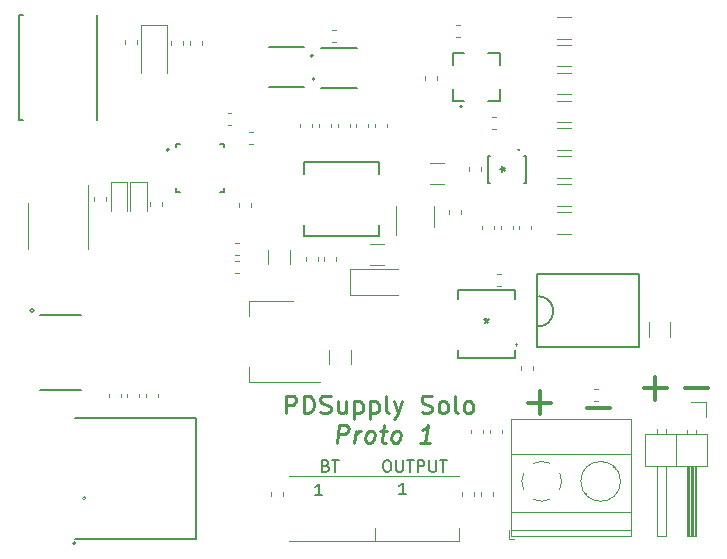
<source format=gbr>
G04 #@! TF.GenerationSoftware,KiCad,Pcbnew,(5.1.5-0-10_14)*
G04 #@! TF.CreationDate,2020-05-29T17:41:24-04:00*
G04 #@! TF.ProjectId,PD_PowerSupply,50445f50-6f77-4657-9253-7570706c792e,rev?*
G04 #@! TF.SameCoordinates,Original*
G04 #@! TF.FileFunction,Legend,Top*
G04 #@! TF.FilePolarity,Positive*
%FSLAX46Y46*%
G04 Gerber Fmt 4.6, Leading zero omitted, Abs format (unit mm)*
G04 Created by KiCad (PCBNEW (5.1.5-0-10_14)) date 2020-05-29 17:41:24*
%MOMM*%
%LPD*%
G04 APERTURE LIST*
%ADD10C,0.350000*%
%ADD11C,0.250000*%
%ADD12C,0.150000*%
%ADD13C,0.065000*%
%ADD14C,0.120000*%
%ADD15C,0.200000*%
%ADD16C,0.127000*%
%ADD17C,0.152400*%
G04 APERTURE END LIST*
D10*
X161736419Y-108012971D02*
X163641180Y-108012971D01*
X170036419Y-106312971D02*
X171941180Y-106312971D01*
D11*
X140508219Y-110912971D02*
X140695719Y-109412971D01*
X141267148Y-109412971D01*
X141401076Y-109484400D01*
X141463576Y-109555828D01*
X141517148Y-109698685D01*
X141490362Y-109912971D01*
X141401076Y-110055828D01*
X141320719Y-110127257D01*
X141168933Y-110198685D01*
X140597505Y-110198685D01*
X142008219Y-110912971D02*
X142133219Y-109912971D01*
X142097505Y-110198685D02*
X142186791Y-110055828D01*
X142267148Y-109984400D01*
X142418933Y-109912971D01*
X142561791Y-109912971D01*
X143151076Y-110912971D02*
X143017148Y-110841542D01*
X142954648Y-110770114D01*
X142901076Y-110627257D01*
X142954648Y-110198685D01*
X143043933Y-110055828D01*
X143124291Y-109984400D01*
X143276076Y-109912971D01*
X143490362Y-109912971D01*
X143624291Y-109984400D01*
X143686791Y-110055828D01*
X143740362Y-110198685D01*
X143686791Y-110627257D01*
X143597505Y-110770114D01*
X143517148Y-110841542D01*
X143365362Y-110912971D01*
X143151076Y-110912971D01*
X144204648Y-109912971D02*
X144776076Y-109912971D01*
X144481433Y-109412971D02*
X144320719Y-110698685D01*
X144374291Y-110841542D01*
X144508219Y-110912971D01*
X144651076Y-110912971D01*
X145365362Y-110912971D02*
X145231433Y-110841542D01*
X145168933Y-110770114D01*
X145115362Y-110627257D01*
X145168933Y-110198685D01*
X145258219Y-110055828D01*
X145338576Y-109984400D01*
X145490362Y-109912971D01*
X145704648Y-109912971D01*
X145838576Y-109984400D01*
X145901076Y-110055828D01*
X145954648Y-110198685D01*
X145901076Y-110627257D01*
X145811791Y-110770114D01*
X145731433Y-110841542D01*
X145579648Y-110912971D01*
X145365362Y-110912971D01*
X148436791Y-110912971D02*
X147579648Y-110912971D01*
X148008219Y-110912971D02*
X148195719Y-109412971D01*
X148026076Y-109627257D01*
X147865362Y-109770114D01*
X147713576Y-109841542D01*
X136195942Y-108412971D02*
X136195942Y-106912971D01*
X136767371Y-106912971D01*
X136910228Y-106984400D01*
X136981657Y-107055828D01*
X137053085Y-107198685D01*
X137053085Y-107412971D01*
X136981657Y-107555828D01*
X136910228Y-107627257D01*
X136767371Y-107698685D01*
X136195942Y-107698685D01*
X137695942Y-108412971D02*
X137695942Y-106912971D01*
X138053085Y-106912971D01*
X138267371Y-106984400D01*
X138410228Y-107127257D01*
X138481657Y-107270114D01*
X138553085Y-107555828D01*
X138553085Y-107770114D01*
X138481657Y-108055828D01*
X138410228Y-108198685D01*
X138267371Y-108341542D01*
X138053085Y-108412971D01*
X137695942Y-108412971D01*
X139124514Y-108341542D02*
X139338800Y-108412971D01*
X139695942Y-108412971D01*
X139838800Y-108341542D01*
X139910228Y-108270114D01*
X139981657Y-108127257D01*
X139981657Y-107984400D01*
X139910228Y-107841542D01*
X139838800Y-107770114D01*
X139695942Y-107698685D01*
X139410228Y-107627257D01*
X139267371Y-107555828D01*
X139195942Y-107484400D01*
X139124514Y-107341542D01*
X139124514Y-107198685D01*
X139195942Y-107055828D01*
X139267371Y-106984400D01*
X139410228Y-106912971D01*
X139767371Y-106912971D01*
X139981657Y-106984400D01*
X141267371Y-107412971D02*
X141267371Y-108412971D01*
X140624514Y-107412971D02*
X140624514Y-108198685D01*
X140695942Y-108341542D01*
X140838800Y-108412971D01*
X141053085Y-108412971D01*
X141195942Y-108341542D01*
X141267371Y-108270114D01*
X141981657Y-107412971D02*
X141981657Y-108912971D01*
X141981657Y-107484400D02*
X142124514Y-107412971D01*
X142410228Y-107412971D01*
X142553085Y-107484400D01*
X142624514Y-107555828D01*
X142695942Y-107698685D01*
X142695942Y-108127257D01*
X142624514Y-108270114D01*
X142553085Y-108341542D01*
X142410228Y-108412971D01*
X142124514Y-108412971D01*
X141981657Y-108341542D01*
X143338800Y-107412971D02*
X143338800Y-108912971D01*
X143338800Y-107484400D02*
X143481657Y-107412971D01*
X143767371Y-107412971D01*
X143910228Y-107484400D01*
X143981657Y-107555828D01*
X144053085Y-107698685D01*
X144053085Y-108127257D01*
X143981657Y-108270114D01*
X143910228Y-108341542D01*
X143767371Y-108412971D01*
X143481657Y-108412971D01*
X143338800Y-108341542D01*
X144910228Y-108412971D02*
X144767371Y-108341542D01*
X144695942Y-108198685D01*
X144695942Y-106912971D01*
X145338800Y-107412971D02*
X145695942Y-108412971D01*
X146053085Y-107412971D02*
X145695942Y-108412971D01*
X145553085Y-108770114D01*
X145481657Y-108841542D01*
X145338800Y-108912971D01*
X147695942Y-108341542D02*
X147910228Y-108412971D01*
X148267371Y-108412971D01*
X148410228Y-108341542D01*
X148481657Y-108270114D01*
X148553085Y-108127257D01*
X148553085Y-107984400D01*
X148481657Y-107841542D01*
X148410228Y-107770114D01*
X148267371Y-107698685D01*
X147981657Y-107627257D01*
X147838800Y-107555828D01*
X147767371Y-107484400D01*
X147695942Y-107341542D01*
X147695942Y-107198685D01*
X147767371Y-107055828D01*
X147838800Y-106984400D01*
X147981657Y-106912971D01*
X148338800Y-106912971D01*
X148553085Y-106984400D01*
X149410228Y-108412971D02*
X149267371Y-108341542D01*
X149195942Y-108270114D01*
X149124514Y-108127257D01*
X149124514Y-107698685D01*
X149195942Y-107555828D01*
X149267371Y-107484400D01*
X149410228Y-107412971D01*
X149624514Y-107412971D01*
X149767371Y-107484400D01*
X149838800Y-107555828D01*
X149910228Y-107698685D01*
X149910228Y-108127257D01*
X149838800Y-108270114D01*
X149767371Y-108341542D01*
X149624514Y-108412971D01*
X149410228Y-108412971D01*
X150767371Y-108412971D02*
X150624514Y-108341542D01*
X150553085Y-108198685D01*
X150553085Y-106912971D01*
X151553085Y-108412971D02*
X151410228Y-108341542D01*
X151338800Y-108270114D01*
X151267371Y-108127257D01*
X151267371Y-107698685D01*
X151338800Y-107555828D01*
X151410228Y-107484400D01*
X151553085Y-107412971D01*
X151767371Y-107412971D01*
X151910228Y-107484400D01*
X151981657Y-107555828D01*
X152053085Y-107698685D01*
X152053085Y-108127257D01*
X151981657Y-108270114D01*
X151910228Y-108341542D01*
X151767371Y-108412971D01*
X151553085Y-108412971D01*
D10*
X166536419Y-106312971D02*
X168441180Y-106312971D01*
X167488800Y-107265352D02*
X167488800Y-105360590D01*
X156736419Y-107512971D02*
X158641180Y-107512971D01*
X157688800Y-108465352D02*
X157688800Y-106560590D01*
D12*
X144684038Y-112386780D02*
X144874514Y-112386780D01*
X144969752Y-112434400D01*
X145064990Y-112529638D01*
X145112609Y-112720114D01*
X145112609Y-113053447D01*
X145064990Y-113243923D01*
X144969752Y-113339161D01*
X144874514Y-113386780D01*
X144684038Y-113386780D01*
X144588800Y-113339161D01*
X144493561Y-113243923D01*
X144445942Y-113053447D01*
X144445942Y-112720114D01*
X144493561Y-112529638D01*
X144588800Y-112434400D01*
X144684038Y-112386780D01*
X145541180Y-112386780D02*
X145541180Y-113196304D01*
X145588800Y-113291542D01*
X145636419Y-113339161D01*
X145731657Y-113386780D01*
X145922133Y-113386780D01*
X146017371Y-113339161D01*
X146064990Y-113291542D01*
X146112609Y-113196304D01*
X146112609Y-112386780D01*
X146445942Y-112386780D02*
X147017371Y-112386780D01*
X146731657Y-113386780D02*
X146731657Y-112386780D01*
X147350704Y-113386780D02*
X147350704Y-112386780D01*
X147731657Y-112386780D01*
X147826895Y-112434400D01*
X147874514Y-112482019D01*
X147922133Y-112577257D01*
X147922133Y-112720114D01*
X147874514Y-112815352D01*
X147826895Y-112862971D01*
X147731657Y-112910590D01*
X147350704Y-112910590D01*
X148350704Y-112386780D02*
X148350704Y-113196304D01*
X148398323Y-113291542D01*
X148445942Y-113339161D01*
X148541180Y-113386780D01*
X148731657Y-113386780D01*
X148826895Y-113339161D01*
X148874514Y-113291542D01*
X148922133Y-113196304D01*
X148922133Y-112386780D01*
X149255466Y-112386780D02*
X149826895Y-112386780D01*
X149541180Y-113386780D02*
X149541180Y-112386780D01*
X139579276Y-112862971D02*
X139722133Y-112910590D01*
X139769752Y-112958209D01*
X139817371Y-113053447D01*
X139817371Y-113196304D01*
X139769752Y-113291542D01*
X139722133Y-113339161D01*
X139626895Y-113386780D01*
X139245942Y-113386780D01*
X139245942Y-112386780D01*
X139579276Y-112386780D01*
X139674514Y-112434400D01*
X139722133Y-112482019D01*
X139769752Y-112577257D01*
X139769752Y-112672495D01*
X139722133Y-112767733D01*
X139674514Y-112815352D01*
X139579276Y-112862971D01*
X139245942Y-112862971D01*
X140103085Y-112386780D02*
X140674514Y-112386780D01*
X140388800Y-113386780D02*
X140388800Y-112386780D01*
D13*
X119305844Y-115604400D02*
G75*
G03X119305844Y-115604400I-160644J0D01*
G01*
D14*
X121406600Y-88824200D02*
X121406600Y-91309200D01*
X122776600Y-88824200D02*
X121406600Y-88824200D01*
X122776600Y-91309200D02*
X122776600Y-88824200D01*
D15*
X113565000Y-83605000D02*
X113915000Y-83605000D01*
X113565000Y-74655000D02*
X113565000Y-83605000D01*
X113915000Y-74655000D02*
X113565000Y-74655000D01*
X120225000Y-74655000D02*
X120225000Y-83605000D01*
D16*
X157626200Y-98510200D02*
G75*
G02X157499200Y-101050200I-63500J-1270000D01*
G01*
X166135200Y-96656000D02*
X157499200Y-96656000D01*
X157499200Y-102828200D02*
X157499200Y-96656000D01*
X166135200Y-102828200D02*
X157499200Y-102828200D01*
X166135200Y-102828200D02*
X166135200Y-96656000D01*
D15*
X118376400Y-119428000D02*
G75*
G03X118376400Y-119428000I-100000J0D01*
G01*
D16*
X118326400Y-119028000D02*
X128626400Y-119028000D01*
X128626400Y-108828000D02*
X118326400Y-108828000D01*
X128626400Y-108828000D02*
X128626400Y-119028000D01*
D14*
X150887600Y-119268800D02*
X150887600Y-118118800D01*
X143587600Y-119268800D02*
X150887600Y-119268800D01*
X143587600Y-113768800D02*
X150887600Y-113768800D01*
X155054800Y-119082000D02*
X155554800Y-119082000D01*
X155054800Y-118342000D02*
X155054800Y-119082000D01*
X161627800Y-115205000D02*
X161580800Y-115251000D01*
X163924800Y-112907000D02*
X163889800Y-112943000D01*
X161820800Y-115421000D02*
X161785800Y-115456000D01*
X164129800Y-113113000D02*
X164082800Y-113159000D01*
X165414800Y-108921000D02*
X165414800Y-118842000D01*
X155294800Y-108921000D02*
X155294800Y-118842000D01*
X155294800Y-118842000D02*
X165414800Y-118842000D01*
X155294800Y-108921000D02*
X165414800Y-108921000D01*
X155294800Y-111881000D02*
X165414800Y-111881000D01*
X155294800Y-116782000D02*
X165414800Y-116782000D01*
X155294800Y-118282000D02*
X165414800Y-118282000D01*
X164534800Y-114182000D02*
G75*
G03X164534800Y-114182000I-1680000J0D01*
G01*
X157883605Y-115862253D02*
G75*
G02X157170800Y-115717000I-28805J1680253D01*
G01*
X156319374Y-114865042D02*
G75*
G02X156319800Y-113498000I1535426J683042D01*
G01*
X157171758Y-112646574D02*
G75*
G02X158538800Y-112647000I683042J-1535426D01*
G01*
X159390226Y-113498958D02*
G75*
G02X159389800Y-114866000I-1535426J-683042D01*
G01*
X158538118Y-115716756D02*
G75*
G02X157854800Y-115862000I-683318J1534756D01*
G01*
X156074800Y-104418021D02*
X156074800Y-104743579D01*
X157094800Y-104418021D02*
X157094800Y-104743579D01*
X123032200Y-88824200D02*
X123032200Y-91309200D01*
X124402200Y-88824200D02*
X123032200Y-88824200D01*
X124402200Y-91309200D02*
X124402200Y-88824200D01*
X143775600Y-119268800D02*
X143775600Y-118118800D01*
X136475600Y-119268800D02*
X143775600Y-119268800D01*
X136475600Y-113768800D02*
X143775600Y-113768800D01*
X152701200Y-115072821D02*
X152701200Y-115398379D01*
X153721200Y-115072821D02*
X153721200Y-115398379D01*
X119470000Y-92541200D02*
X119470000Y-89091200D01*
X119470000Y-92541200D02*
X119470000Y-94491200D01*
X114350000Y-92541200D02*
X114350000Y-90591200D01*
X114350000Y-92541200D02*
X114350000Y-94491200D01*
X119956000Y-90143221D02*
X119956000Y-90468779D01*
X120976000Y-90143221D02*
X120976000Y-90468779D01*
X162314821Y-107376800D02*
X162640379Y-107376800D01*
X162314821Y-106356800D02*
X162640379Y-106356800D01*
X159132336Y-90838626D02*
X160336464Y-90838626D01*
X159132336Y-89018626D02*
X160336464Y-89018626D01*
X159132336Y-76687200D02*
X160336464Y-76687200D01*
X159132336Y-74867200D02*
X160336464Y-74867200D01*
X159132336Y-88480055D02*
X160336464Y-88480055D01*
X159132336Y-86660055D02*
X160336464Y-86660055D01*
X159132336Y-81404342D02*
X160336464Y-81404342D01*
X159132336Y-79584342D02*
X160336464Y-79584342D01*
X159132336Y-86121484D02*
X160336464Y-86121484D01*
X159132336Y-84301484D02*
X160336464Y-84301484D01*
X159132336Y-93197200D02*
X160336464Y-93197200D01*
X159132336Y-91377200D02*
X160336464Y-91377200D01*
X159132336Y-83762913D02*
X160336464Y-83762913D01*
X159132336Y-81942913D02*
X160336464Y-81942913D01*
X159132336Y-79045771D02*
X160336464Y-79045771D01*
X159132336Y-77225771D02*
X160336464Y-77225771D01*
X139094800Y-105755600D02*
X133084800Y-105755600D01*
X136844800Y-98935600D02*
X133084800Y-98935600D01*
X133084800Y-105755600D02*
X133084800Y-104495600D01*
X133084800Y-98935600D02*
X133084800Y-100195600D01*
X139463200Y-95172421D02*
X139463200Y-95497979D01*
X140483200Y-95172421D02*
X140483200Y-95497979D01*
X137888400Y-95172421D02*
X137888400Y-95497979D01*
X138908400Y-95172421D02*
X138908400Y-95497979D01*
X150029600Y-91210021D02*
X150029600Y-91535579D01*
X151049600Y-91210021D02*
X151049600Y-91535579D01*
D16*
X137748800Y-87138000D02*
X137748800Y-88138000D01*
X144048800Y-87138000D02*
X137748800Y-87138000D01*
X144048800Y-88138000D02*
X144048800Y-87138000D01*
X137748800Y-93438000D02*
X137748800Y-92438000D01*
X144048800Y-93438000D02*
X137748800Y-93438000D01*
X144048800Y-92438000D02*
X144048800Y-93438000D01*
D14*
X141603000Y-98401400D02*
X145688000Y-98401400D01*
X141603000Y-96231400D02*
X141603000Y-98401400D01*
X145688000Y-96231400D02*
X141603000Y-96231400D01*
X139876000Y-103064336D02*
X139876000Y-104268464D01*
X141696000Y-103064336D02*
X141696000Y-104268464D01*
X134694400Y-94580736D02*
X134694400Y-95784864D01*
X136514400Y-94580736D02*
X136514400Y-95784864D01*
X144486864Y-94069600D02*
X143282736Y-94069600D01*
X144486864Y-95889600D02*
X143282736Y-95889600D01*
X149617664Y-87211600D02*
X148413536Y-87211600D01*
X149617664Y-89031600D02*
X148413536Y-89031600D01*
X154410779Y-96654000D02*
X154085221Y-96654000D01*
X154410779Y-97674000D02*
X154085221Y-97674000D01*
D17*
X155769349Y-102555537D02*
G75*
G03X155732800Y-102698600I-36549J-66863D01*
G01*
X150800200Y-103026602D02*
X150800200Y-103753400D01*
X155562200Y-98718198D02*
X155562200Y-97991400D01*
X155562200Y-103753400D02*
X155562200Y-103026605D01*
X150800200Y-103753400D02*
X155562200Y-103753400D01*
X150800200Y-97991400D02*
X150800200Y-98718195D01*
X155562200Y-97991400D02*
X150800200Y-97991400D01*
X155845535Y-86062400D02*
G75*
G03X155988600Y-86098945I66865J-36545D01*
G01*
X156370141Y-88882345D02*
X156539400Y-88882345D01*
X153454659Y-86628345D02*
X153285400Y-86628345D01*
X156539400Y-86628345D02*
X156370141Y-86628345D01*
X156539400Y-88882345D02*
X156539400Y-86628345D01*
X153285400Y-88882345D02*
X153454659Y-88882345D01*
X153285400Y-86628345D02*
X153285400Y-88882345D01*
D16*
X150317600Y-77942800D02*
X151317600Y-77942800D01*
X150317600Y-77942800D02*
X150317600Y-78942800D01*
X150317600Y-81942800D02*
X151317600Y-81942800D01*
X150317600Y-81942800D02*
X150317600Y-80942800D01*
X154317600Y-81942800D02*
X153317600Y-81942800D01*
X154317600Y-81942800D02*
X154317600Y-80942800D01*
X154317600Y-77942800D02*
X153317600Y-77942800D01*
X154317600Y-77942800D02*
X154317600Y-78942800D01*
D15*
X151117600Y-82442800D02*
G75*
G03X151117600Y-82442800I-100000J0D01*
G01*
D14*
X145526000Y-90879200D02*
X145526000Y-93329200D01*
X148746000Y-92679200D02*
X148746000Y-90879200D01*
X151909200Y-109802821D02*
X151909200Y-110128379D01*
X152929200Y-109802821D02*
X152929200Y-110128379D01*
X132261979Y-93961600D02*
X131936421Y-93961600D01*
X132261979Y-94981600D02*
X131936421Y-94981600D01*
X154504000Y-110128379D02*
X154504000Y-109802821D01*
X153484000Y-110128379D02*
X153484000Y-109802821D01*
X144750400Y-84220379D02*
X144750400Y-83894821D01*
X143730400Y-84220379D02*
X143730400Y-83894821D01*
X152823600Y-92530821D02*
X152823600Y-92856379D01*
X153843600Y-92530821D02*
X153843600Y-92856379D01*
X168763200Y-101931664D02*
X168763200Y-100727536D01*
X166943200Y-101931664D02*
X166943200Y-100727536D01*
X141600800Y-84220379D02*
X141600800Y-83894821D01*
X140580800Y-84220379D02*
X140580800Y-83894821D01*
X153678821Y-84313600D02*
X154004379Y-84313600D01*
X153678821Y-83293600D02*
X154004379Y-83293600D01*
X150956379Y-75572000D02*
X150630821Y-75572000D01*
X150956379Y-76592000D02*
X150630821Y-76592000D01*
X155418400Y-92856379D02*
X155418400Y-92530821D01*
X154398400Y-92856379D02*
X154398400Y-92530821D01*
X138451200Y-84220379D02*
X138451200Y-83894821D01*
X137431200Y-84220379D02*
X137431200Y-83894821D01*
X139006000Y-83894821D02*
X139006000Y-84220379D01*
X140026000Y-83894821D02*
X140026000Y-84220379D01*
X156993200Y-92856379D02*
X156993200Y-92530821D01*
X155973200Y-92856379D02*
X155973200Y-92530821D01*
X132261979Y-95536400D02*
X131936421Y-95536400D01*
X132261979Y-96556400D02*
X131936421Y-96556400D01*
X132249600Y-90651221D02*
X132249600Y-90976779D01*
X133269600Y-90651221D02*
X133269600Y-90976779D01*
X124731200Y-90549621D02*
X124731200Y-90875179D01*
X125751200Y-90549621D02*
X125751200Y-90875179D01*
X128084000Y-76884421D02*
X128084000Y-77209979D01*
X129104000Y-76884421D02*
X129104000Y-77209979D01*
X127478400Y-77209979D02*
X127478400Y-76884421D01*
X126458400Y-77209979D02*
X126458400Y-76884421D01*
X151096400Y-115086021D02*
X151096400Y-115411579D01*
X152116400Y-115086021D02*
X152116400Y-115411579D01*
D16*
X114854619Y-99710800D02*
G75*
G03X114854619Y-99710800I-141419J0D01*
G01*
X115398200Y-106485800D02*
X118828200Y-106485800D01*
X118828200Y-100135800D02*
X115398200Y-100135800D01*
D14*
X123953000Y-75527400D02*
X123953000Y-79612400D01*
X126123000Y-75527400D02*
X123953000Y-75527400D01*
X126123000Y-79612400D02*
X126123000Y-75527400D01*
X147946800Y-79881621D02*
X147946800Y-80207179D01*
X148966800Y-79881621D02*
X148966800Y-80207179D01*
X151706000Y-87603221D02*
X151706000Y-87928779D01*
X152726000Y-87603221D02*
X152726000Y-87928779D01*
X142155600Y-83894821D02*
X142155600Y-84220379D01*
X143175600Y-83894821D02*
X143175600Y-84220379D01*
X140115221Y-76998400D02*
X140440779Y-76998400D01*
X140115221Y-75978400D02*
X140440779Y-75978400D01*
X133065221Y-85583600D02*
X133390779Y-85583600D01*
X133065221Y-84563600D02*
X133390779Y-84563600D01*
X135976400Y-115407979D02*
X135976400Y-115082421D01*
X134956400Y-115407979D02*
X134956400Y-115082421D01*
X122246000Y-107080379D02*
X122246000Y-106754821D01*
X121226000Y-107080379D02*
X121226000Y-106754821D01*
X131265221Y-84008800D02*
X131590779Y-84008800D01*
X131265221Y-82988800D02*
X131590779Y-82988800D01*
X123795400Y-107080379D02*
X123795400Y-106754821D01*
X122775400Y-107080379D02*
X122775400Y-106754821D01*
X125344800Y-107080379D02*
X125344800Y-106754821D01*
X124324800Y-107080379D02*
X124324800Y-106754821D01*
X123617600Y-77159179D02*
X123617600Y-76833621D01*
X122597600Y-77159179D02*
X122597600Y-76833621D01*
X171774000Y-107476400D02*
X171774000Y-108746400D01*
X170504000Y-107476400D02*
X171774000Y-107476400D01*
X167584000Y-109789329D02*
X167584000Y-110186400D01*
X168344000Y-109789329D02*
X168344000Y-110186400D01*
X167584000Y-118846400D02*
X167584000Y-112846400D01*
X168344000Y-118846400D02*
X167584000Y-118846400D01*
X168344000Y-112846400D02*
X168344000Y-118846400D01*
X169234000Y-110186400D02*
X169234000Y-112846400D01*
X170124000Y-109856400D02*
X170124000Y-110186400D01*
X170884000Y-109856400D02*
X170884000Y-110186400D01*
X170224000Y-112846400D02*
X170224000Y-118846400D01*
X170344000Y-112846400D02*
X170344000Y-118846400D01*
X170464000Y-112846400D02*
X170464000Y-118846400D01*
X170584000Y-112846400D02*
X170584000Y-118846400D01*
X170704000Y-112846400D02*
X170704000Y-118846400D01*
X170824000Y-112846400D02*
X170824000Y-118846400D01*
X170124000Y-118846400D02*
X170124000Y-112846400D01*
X170884000Y-118846400D02*
X170124000Y-118846400D01*
X170884000Y-112846400D02*
X170884000Y-118846400D01*
X171834000Y-112846400D02*
X171834000Y-110186400D01*
X166634000Y-112846400D02*
X171834000Y-112846400D01*
X166634000Y-110186400D02*
X166634000Y-112846400D01*
X171834000Y-110186400D02*
X166634000Y-110186400D01*
D16*
X126919600Y-85583600D02*
X126919600Y-85913600D01*
X126919600Y-89643600D02*
X126919600Y-89313600D01*
X130979600Y-85583600D02*
X130979600Y-85913600D01*
X130979600Y-89643600D02*
X130979600Y-89313600D01*
X126919600Y-85583600D02*
X127249600Y-85583600D01*
X126919600Y-89643600D02*
X127249600Y-89643600D01*
X130979600Y-85583600D02*
X130649600Y-85583600D01*
X130979600Y-89643600D02*
X130649600Y-89643600D01*
D15*
X126289600Y-86093600D02*
G75*
G03X126289600Y-86093600I-100000J0D01*
G01*
X138509800Y-78155400D02*
G75*
G03X138509800Y-78155400I-100000J0D01*
G01*
D16*
X142209800Y-80843900D02*
X139209800Y-80843900D01*
X142209800Y-77466900D02*
X139209800Y-77466900D01*
D15*
X138640000Y-80130000D02*
G75*
G03X138640000Y-80130000I-100000J0D01*
G01*
D16*
X134740000Y-77441500D02*
X137740000Y-77441500D01*
X134740000Y-80818500D02*
X137740000Y-80818500D01*
D12*
X146374514Y-115286780D02*
X145803085Y-115286780D01*
X146088800Y-115286780D02*
X146088800Y-114286780D01*
X145993561Y-114429638D01*
X145898323Y-114524876D01*
X145803085Y-114572495D01*
X139274514Y-115371180D02*
X138703085Y-115371180D01*
X138988800Y-115371180D02*
X138988800Y-114371180D01*
X138893561Y-114514038D01*
X138798323Y-114609276D01*
X138703085Y-114656895D01*
X153181200Y-100324780D02*
X153181200Y-100562876D01*
X152943104Y-100467638D02*
X153181200Y-100562876D01*
X153419295Y-100467638D01*
X153038342Y-100753352D02*
X153181200Y-100562876D01*
X153324057Y-100753352D01*
X154364780Y-87755345D02*
X154602876Y-87755345D01*
X154507638Y-87993440D02*
X154602876Y-87755345D01*
X154507638Y-87517249D01*
X154793352Y-87898202D02*
X154602876Y-87755345D01*
X154793352Y-87612487D01*
M02*

</source>
